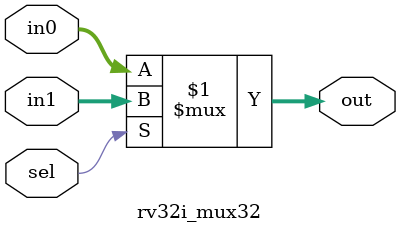
<source format=v>
module rv32i_mux32(in0, in1, sel, out);
input[31:0] in0, in1;
input sel;
output[31:0] out;

assign out = (sel)?in1:in0;

endmodule

</source>
